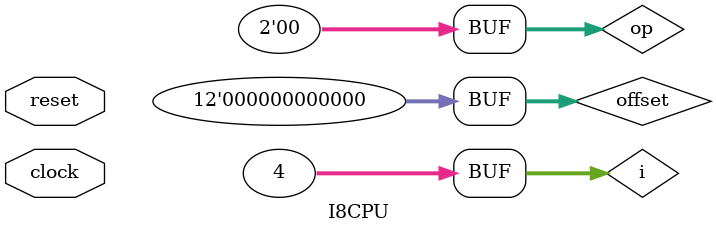
<source format=v>

module CodeROM(input wire clock, input wire [11:0] rd_address, output reg [7:0] rd_data);
    reg [7:0] memory[0:511];
    integer i;
    initial begin
        for (i=0; i<512; i=i+1) begin
            memory[i] = 0;
        end
        memory[1] = 8'h82;
        memory[2] = 8'h41;
        memory[3] = 8'h83;
        memory[4] = 8'h41;
        memory[5] = 8'h20;
        memory[6] = 8'h41;
        memory[7] = 8'h81;
        memory[8] = 8'h41;
        memory[9] = 8'h20;
        memory[10] = 8'h41;
    end

    always @(posedge clock) begin
        rd_data <= memory[rd_address[8:0]];
    end
endmodule


module I8CPU(input wire reset, input wire clock);
    integer i;
    initial begin
        pc = 0;
        cSP = 3;
        dSP = 3;
        codeAddress = 0;
        for (i=0;i<4;i=i+1) cStack[i] = 0;
        for (i=0;i<4;i=i+1) dStack[i] = 0;
        op = 0;
        offset = 0;
    end

    reg [11:0] pc, offset;
    reg [1:0] cSP, cSP1;
    reg [1:0] dSP, dSP1, dSM1;
    reg [11:0] codeAddress;
    reg [11:0] cStack[0:3];
    reg [15:0] dStack[0:3];
    wire [7:0] opcode;
    reg [1:0] op;
    wire [3:0] op_fam = opcode[7:4];
    wire [3:0] op_op = opcode[3:0];
    wire [7:0] S0 = dStack[dSP];
    wire [7:0] S1 = dStack[dSM1];

    localparam OPS_LOAD  = 4'b0000;
    localparam OPS_STORE = 4'b0001;
    localparam OPS_ALU   = 4'b0010;
    localparam OPS_JUMP  = 4'b0011;
    localparam OPS_SYS   = 4'b0100;

    localparam OPS_ALU_ADD   = 4'b0000;
    localparam OPS_ALU_SUB   = 4'b0001;

    localparam OPS_SYS_HALT   = 4'b0100;
    localparam OPS_SYS_PRINT   = 4'b0001;

    CodeROM rom(clock, codeAddress, opcode);

    // Guideline #3: When modeling combinational logic with an "always" 
    //              block, use blocking assignments.
    always @(*) begin        
        cSP1 = cSP + 1'b1;
        case (op)
            0: codeAddress = pc;  // next
            1: begin codeAddress = pc+offset; end // jump
            2: begin codeAddress = pc+offset; end // call
            3: codeAddress = cStack[cSP1]; // return
        endcase

        dSP1 = dSP + 1'b1;
        dSM1 = dSP - 1'b1;
    end

    // Guideline #1: When modeling sequential logic, use nonblocking 
    //              assignments.
    always @(posedge clock, posedge reset) begin
		if (reset == 1'b1) begin
            pc <= 0;
            cSP <= 3;
            dSP <= 3;
		end else begin
            case (op)
                0: ;  // next
                1: ;  // jump
                2: begin cStack[cSP1] <= pc; cSP <= cSP + 1'b1; end // call
                3: cSP <= cSP - 1; // return
            endcase
            pc <= codeAddress + 1;

            if (opcode[7] == 1'b1) begin dStack[dSP1] <= { {9{opcode[6]}}, opcode[6:0] }; dSP <= dSP + 1'b1; end
            if (op_fam == OPS_ALU) begin
                if (op_op == OPS_ALU_ADD) begin dStack[dSM1] <= S1 + S0; dSP <= dSP - 1'b1; end
                if (op_op == OPS_ALU_SUB) begin dStack[dSM1] <= S1 - S0; dSP <= dSP - 1'b1; end
            end
            if (op_fam == OPS_SYS) begin
                if (op_op == OPS_SYS_HALT) begin
                end
                if (op_op == OPS_SYS_PRINT) begin
                    $display("%d, %d", S1, S0);
                end
            end
		end
    end
endmodule

</source>
